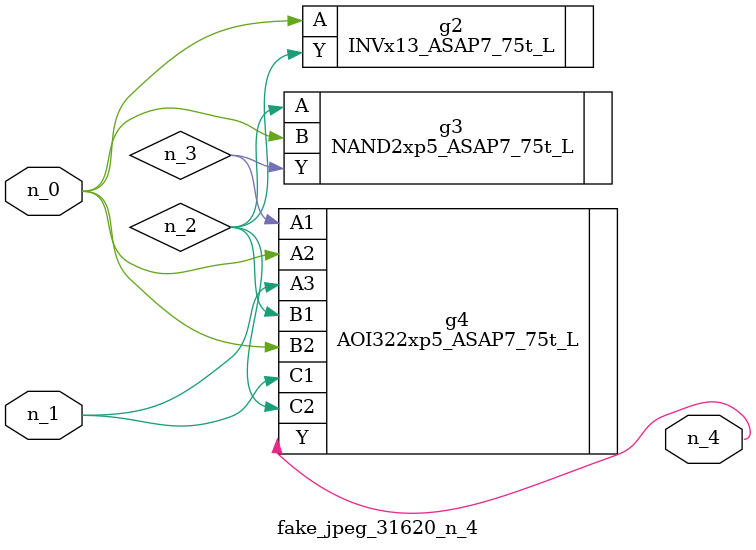
<source format=v>
module fake_jpeg_31620_n_4 (n_0, n_1, n_4);

input n_0;
input n_1;

output n_4;

wire n_2;
wire n_3;

INVx13_ASAP7_75t_L g2 ( 
.A(n_0),
.Y(n_2)
);

NAND2xp5_ASAP7_75t_L g3 ( 
.A(n_2),
.B(n_0),
.Y(n_3)
);

AOI322xp5_ASAP7_75t_L g4 ( 
.A1(n_3),
.A2(n_0),
.A3(n_1),
.B1(n_2),
.B2(n_0),
.C1(n_1),
.C2(n_2),
.Y(n_4)
);


endmodule
</source>
